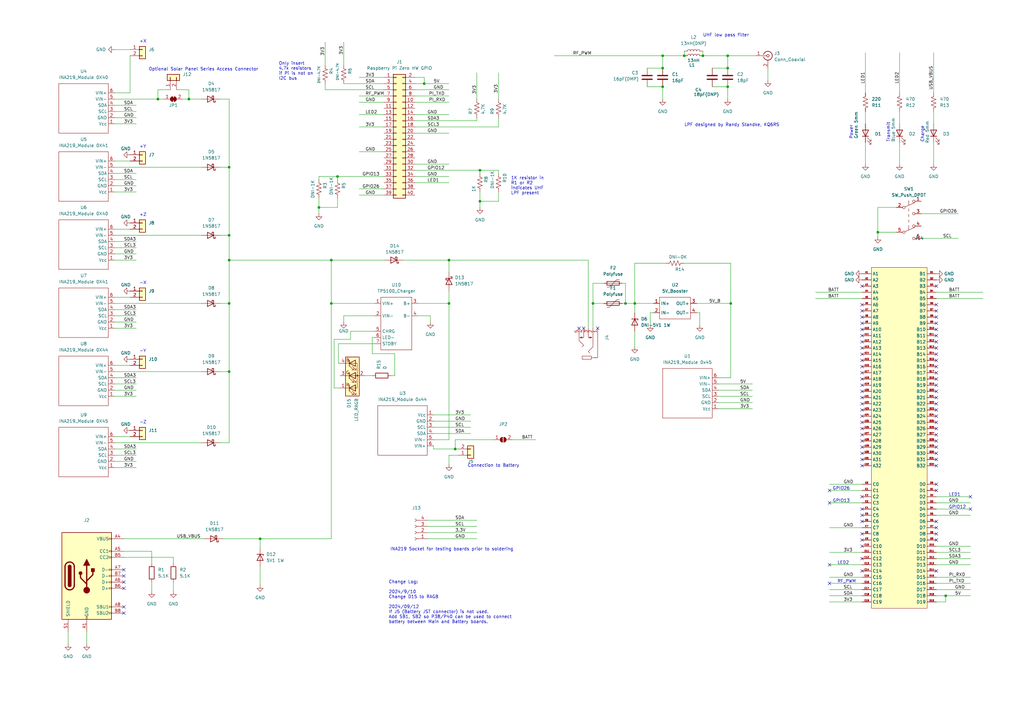
<source format=kicad_sch>
(kicad_sch (version 20231120) (generator "eeschema") (generator_version "8.0")
  (paper "A3")
  (title_block (title "AMSAT Main Board") (company "NTUT") (comment 1 "Created from AMSAT Hardware Design V1.2"))
  (junction (at 299.72 124.46))
  (junction (at 387.858 244.348))
  (junction (at 256.54 124.46))
  (junction (at 106.68 220.98))
  (junction (at 93.98 68.58))
  (junction (at 93.98 106.68))
  (junction (at 93.98 152.4))
  (junction (at 130.81 85.09))
  (junction (at 280.67 22.86))
  (junction (at 271.78 22.86))
  (junction (at 138.43 72.39))
  (junction (at 135.89 124.46))
  (junction (at 77.47 40.64))
  (junction (at 360.045 95.25))
  (junction (at 271.78 35.56))
  (junction (at 64.77 40.64))
  (junction (at 298.45 27.94))
  (junction (at 186.69 184.15))
  (junction (at 184.15 106.68))
  (junction (at 135.89 106.68))
  (junction (at 260.35 124.46))
  (junction (at 288.29 22.86))
  (junction (at 173.99 34.29))
  (junction (at 298.45 22.86))
  (junction (at 298.45 35.56))
  (junction (at 243.205 124.46))
  (junction (at 93.98 124.46))
  (junction (at 184.15 124.46))
  (junction (at 93.98 96.52))
  (junction (at 271.78 27.94))
  (junction (at 196.85 69.85))
  (junction (at 196.85 82.55))
  (no_connect (at 384.048 201.168))
  (no_connect (at 353.568 229.108))
  (no_connect (at 353.568 140.208))
  (no_connect (at 340.233 239.268))
  (no_connect (at 353.568 213.868))
  (no_connect (at 384.048 130.048))
  (no_connect (at 353.568 157.988))
  (no_connect (at 340.233 201.168))
  (no_connect (at 384.048 185.928))
  (no_connect (at 384.048 168.148))
  (no_connect (at 384.048 221.488))
  (no_connect (at 353.568 132.588))
  (no_connect (at 353.568 183.388))
  (no_connect (at 353.568 124.968))
  (no_connect (at 353.568 211.328))
  (no_connect (at 353.568 130.048))
  (no_connect (at 353.568 160.528))
  (no_connect (at 353.568 203.708))
  (no_connect (at 384.048 198.628))
  (no_connect (at 353.568 224.028))
  (no_connect (at 384.048 142.748))
  (no_connect (at 384.048 163.068))
  (no_connect (at 353.568 185.928))
  (no_connect (at 384.048 127.508))
  (no_connect (at 384.048 213.868))
  (no_connect (at 384.048 124.968))
  (no_connect (at 353.568 137.668))
  (no_connect (at 237.49 134.62))
  (no_connect (at 353.568 155.448))
  (no_connect (at 384.048 188.468))
  (no_connect (at 353.568 175.768))
  (no_connect (at 384.048 180.848))
  (no_connect (at 384.048 140.208))
  (no_connect (at 50.8 238.76))
  (no_connect (at 384.048 216.408))
  (no_connect (at 239.395 134.62))
  (no_connect (at 353.568 135.128))
  (no_connect (at 353.568 145.288))
  (no_connect (at 245.11 134.62))
  (no_connect (at 50.8 236.22))
  (no_connect (at 353.568 165.608))
  (no_connect (at 384.048 155.448))
  (no_connect (at 384.048 137.668))
  (no_connect (at 384.048 157.988))
  (no_connect (at 353.568 117.348))
  (no_connect (at 353.568 221.488))
  (no_connect (at 353.568 188.468))
  (no_connect (at 384.048 165.608))
  (no_connect (at 384.048 175.768))
  (no_connect (at 353.568 234.188))
  (no_connect (at 353.568 173.228))
  (no_connect (at 384.048 117.348))
  (no_connect (at 398.018 208.788))
  (no_connect (at 353.568 191.008))
  (no_connect (at 384.048 147.828))
  (no_connect (at 353.568 142.748))
  (no_connect (at 384.048 135.128))
  (no_connect (at 384.048 145.288))
  (no_connect (at 353.568 208.788))
  (no_connect (at 384.048 152.908))
  (no_connect (at 398.018 203.708))
  (no_connect (at 353.568 168.148))
  (no_connect (at 50.8 248.92))
  (no_connect (at 384.048 132.588))
  (no_connect (at 353.568 163.068))
  (no_connect (at 353.568 150.368))
  (no_connect (at 384.048 170.688))
  (no_connect (at 50.8 233.68))
  (no_connect (at 353.568 178.308))
  (no_connect (at 384.048 191.008))
  (no_connect (at 340.233 231.648))
  (no_connect (at 384.048 150.368))
  (no_connect (at 50.8 251.46))
  (no_connect (at 353.568 147.828))
  (no_connect (at 353.568 218.948))
  (no_connect (at 384.048 173.228))
  (no_connect (at 353.568 180.848))
  (no_connect (at 384.048 218.948))
  (no_connect (at 353.568 152.908))
  (no_connect (at 384.048 183.388))
  (no_connect (at 384.048 234.188))
  (no_connect (at 353.568 170.688))
  (no_connect (at 353.568 127.508))
  (no_connect (at 384.048 178.308))
  (no_connect (at 340.233 206.248))
  (no_connect (at 384.048 160.528))
  (no_connect (at 50.8 241.3))
  (wire (pts (xy 196.85 69.85) (xy 196.85 71.12)))
  (wire (pts (xy 138.43 85.09) (xy 138.43 81.28)))
  (wire (pts (xy 106.68 220.98) (xy 106.68 224.79)))
  (wire (pts (xy 171.45 129.54) (xy 176.53 129.54)))
  (wire (pts (xy 387.858 244.348) (xy 384.048 244.348)))
  (wire (pts (xy 135.89 124.46) (xy 153.67 124.46)))
  (wire (pts (xy 340.233 226.568) (xy 353.568 226.568)))
  (wire (pts (xy 294.64 154.94) (xy 299.72 154.94)))
  (wire (pts (xy 177.8 184.15) (xy 177.8 182.88)))
  (wire (pts (xy 46.99 96.52) (xy 82.55 96.52)))
  (wire (pts (xy 133.35 17.272) (xy 133.35 26.67)))
  (wire (pts (xy 62.23 238.76) (xy 62.23 242.57)))
  (wire (pts (xy 377.825 87.63) (xy 393.065 87.63)))
  (wire (pts (xy 53.34 22.86) (xy 53.34 38.1)))
  (wire (pts (xy 93.98 40.64) (xy 90.17 40.64)))
  (wire (pts (xy 175.26 213.36) (xy 195.58 213.36)))
  (wire (pts (xy 147.32 39.37) (xy 157.48 39.37)))
  (wire (pts (xy 354.965 45.72) (xy 354.965 50.8)))
  (wire (pts (xy 368.935 58.42) (xy 368.935 67.31)))
  (wire (pts (xy 46.99 45.72) (xy 55.88 45.72)))
  (wire (pts (xy 299.72 124.46) (xy 299.72 154.94)))
  (wire (pts (xy 130.81 81.28) (xy 130.81 85.09)))
  (wire (pts (xy 71.12 238.76) (xy 71.12 242.57)))
  (wire (pts (xy 384.048 231.648) (xy 398.018 231.648)))
  (wire (pts (xy 160.401 154.051) (xy 161.925 154.051)))
  (wire (pts (xy 384.048 241.808) (xy 398.018 241.808)))
  (wire (pts (xy 360.045 95.25) (xy 367.665 95.25)))
  (wire (pts (xy 165.354 106.68) (xy 184.15 106.68)))
  (wire (pts (xy 340.233 206.248) (xy 353.568 206.248)))
  (wire (pts (xy 170.18 72.39) (xy 184.15 72.39)))
  (wire (pts (xy 271.78 27.94) (xy 271.78 22.86)))
  (wire (pts (xy 255.27 116.205) (xy 256.54 116.205)))
  (wire (pts (xy 135.89 106.68) (xy 135.89 124.46)))
  (wire (pts (xy 266.7 133.35) (xy 266.7 128.27)))
  (wire (pts (xy 177.8 180.34) (xy 184.15 180.34)))
  (wire (pts (xy 170.18 52.07) (xy 204.47 52.07)))
  (wire (pts (xy 184.15 106.68) (xy 241.3 106.68)))
  (wire (pts (xy 161.925 145.034) (xy 161.925 154.051)))
  (wire (pts (xy 143.764 135.89) (xy 153.67 135.89)))
  (wire (pts (xy 210.185 180.34) (xy 219.71 180.34)))
  (wire (pts (xy 77.47 40.64) (xy 82.55 40.64)))
  (wire (pts (xy 64.77 36.83) (xy 64.77 40.64)))
  (wire (pts (xy 227.33 22.86) (xy 271.78 22.86)))
  (wire (pts (xy 175.26 215.9) (xy 195.58 215.9)))
  (wire (pts (xy 260.35 135.89) (xy 260.35 142.24)))
  (wire (pts (xy 147.32 31.75) (xy 157.48 31.75)))
  (wire (pts (xy 138.43 72.39) (xy 157.48 72.39)))
  (wire (pts (xy 280.67 107.95) (xy 299.72 107.95)))
  (wire (pts (xy 173.99 31.75) (xy 173.99 34.29)))
  (wire (pts (xy 46.99 134.62) (xy 55.88 134.62)))
  (wire (pts (xy 170.18 49.53) (xy 195.58 49.53)))
  (wire (pts (xy 287.02 128.27) (xy 287.02 133.35)))
  (wire (pts (xy 368.935 45.72) (xy 368.935 50.8)))
  (wire (pts (xy 140.97 17.272) (xy 140.97 26.67)))
  (wire (pts (xy 298.45 35.56) (xy 298.45 40.64)))
  (wire (pts (xy 196.85 69.85) (xy 204.47 69.85)))
  (wire (pts (xy 195.58 48.26) (xy 195.58 49.53)))
  (wire (pts (xy 285.75 128.27) (xy 287.02 128.27)))
  (wire (pts (xy 196.85 82.55) (xy 196.85 85.09)))
  (wire (pts (xy 340.233 246.888) (xy 353.568 246.888)))
  (wire (pts (xy 170.18 39.37) (xy 184.15 39.37)))
  (wire (pts (xy 46.99 157.48) (xy 55.88 157.48)))
  (wire (pts (xy 265.43 35.56) (xy 271.78 35.56)))
  (wire (pts (xy 90.17 68.58) (xy 93.98 68.58)))
  (wire (pts (xy 177.8 177.8) (xy 193.04 177.8)))
  (wire (pts (xy 382.905 58.42) (xy 382.905 67.31)))
  (wire (pts (xy 46.99 43.18) (xy 55.88 43.18)))
  (wire (pts (xy 130.81 72.39) (xy 130.81 73.66)))
  (wire (pts (xy 340.233 239.268) (xy 353.568 239.268)))
  (wire (pts (xy 139.446 148.971) (xy 138.811 148.971)))
  (wire (pts (xy 384.048 211.328) (xy 398.018 211.328)))
  (wire (pts (xy 384.048 226.568) (xy 398.018 226.568)))
  (wire (pts (xy 53.34 121.92) (xy 46.99 121.92)))
  (wire (pts (xy 152.654 145.034) (xy 161.925 145.034)))
  (wire (pts (xy 285.75 124.46) (xy 299.72 124.46)))
  (wire (pts (xy 360.045 95.25) (xy 360.045 97.155)))
  (wire (pts (xy 173.99 34.29) (xy 184.15 34.29)))
  (wire (pts (xy 69.85 36.83) (xy 64.77 36.83)))
  (wire (pts (xy 184.15 186.69) (xy 187.96 186.69)))
  (wire (pts (xy 157.48 80.01) (xy 147.32 80.01)))
  (wire (pts (xy 46.99 106.68) (xy 55.88 106.68)))
  (wire (pts (xy 294.64 160.02) (xy 308.61 160.02)))
  (wire (pts (xy 137.033 139.192) (xy 143.764 139.192)))
  (wire (pts (xy 294.64 165.1) (xy 308.61 165.1)))
  (wire (pts (xy 340.233 244.348) (xy 353.568 244.348)))
  (wire (pts (xy 50.8 220.98) (xy 83.82 220.98)))
  (wire (pts (xy 271.78 35.56) (xy 271.78 40.64)))
  (wire (pts (xy 299.72 107.95) (xy 299.72 124.46)))
  (wire (pts (xy 173.99 34.29) (xy 170.18 34.29)))
  (wire (pts (xy 382.905 21.59) (xy 382.905 38.1)))
  (wire (pts (xy 354.965 21.59) (xy 354.965 38.1)))
  (wire (pts (xy 46.99 189.23) (xy 55.88 189.23)))
  (wire (pts (xy 106.68 232.41) (xy 106.68 240.03)))
  (wire (pts (xy 62.23 226.06) (xy 62.23 231.14)))
  (wire (pts (xy 153.67 138.43) (xy 152.654 138.43)))
  (wire (pts (xy 384.048 239.268) (xy 398.018 239.268)))
  (wire (pts (xy 340.233 231.648) (xy 353.568 231.648)))
  (wire (pts (xy 260.35 124.46) (xy 267.97 124.46)))
  (wire (pts (xy 384.048 246.888) (xy 387.858 246.888)))
  (wire (pts (xy 46.99 76.2) (xy 55.88 76.2)))
  (wire (pts (xy 90.17 124.46) (xy 93.98 124.46)))
  (wire (pts (xy 184.15 106.68) (xy 184.15 111.633)))
  (wire (pts (xy 384.048 236.728) (xy 398.018 236.728)))
  (wire (pts (xy 340.233 236.728) (xy 353.568 236.728)))
  (wire (pts (xy 384.048 206.248) (xy 398.018 206.248)))
  (wire (pts (xy 93.98 181.61) (xy 93.98 152.4)))
  (wire (pts (xy 46.99 132.08) (xy 55.88 132.08)))
  (wire (pts (xy 255.27 124.46) (xy 256.54 124.46)))
  (wire (pts (xy 53.34 149.86) (xy 46.99 149.86)))
  (wire (pts (xy 334.518 122.428) (xy 353.568 122.428)))
  (wire (pts (xy 294.64 162.56) (xy 308.61 162.56)))
  (wire (pts (xy 149.606 154.051) (xy 152.781 154.051)))
  (wire (pts (xy 184.15 119.253) (xy 184.15 124.46)))
  (wire (pts (xy 196.85 82.55) (xy 204.47 82.55)))
  (wire (pts (xy 147.32 41.91) (xy 157.48 41.91)))
  (wire (pts (xy 175.26 220.98) (xy 195.58 220.98)))
  (wire (pts (xy 170.18 67.31) (xy 184.15 67.31)))
  (wire (pts (xy 177.8 172.72) (xy 193.04 172.72)))
  (wire (pts (xy 387.858 246.888) (xy 387.858 244.348)))
  (wire (pts (xy 46.99 68.58) (xy 82.55 68.58)))
  (wire (pts (xy 91.44 220.98) (xy 106.68 220.98)))
  (wire (pts (xy 46.99 78.74) (xy 55.88 78.74)))
  (wire (pts (xy 298.45 22.86) (xy 309.88 22.86)))
  (wire (pts (xy 130.81 85.09) (xy 130.81 87.63)))
  (wire (pts (xy 360.045 85.09) (xy 360.045 95.25)))
  (wire (pts (xy 93.98 106.68) (xy 135.89 106.68)))
  (wire (pts (xy 340.233 241.808) (xy 353.568 241.808)))
  (wire (pts (xy 93.98 96.52) (xy 93.98 68.58)))
  (wire (pts (xy 90.17 152.4) (xy 93.98 152.4)))
  (wire (pts (xy 147.32 77.47) (xy 157.48 77.47)))
  (wire (pts (xy 170.18 74.93) (xy 184.15 74.93)))
  (wire (pts (xy 93.98 68.58) (xy 93.98 40.64)))
  (wire (pts (xy 90.17 96.52) (xy 93.98 96.52)))
  (wire (pts (xy 138.811 148.971) (xy 138.811 140.97)))
  (wire (pts (xy 243.205 116.205) (xy 243.205 124.46)))
  (wire (pts (xy 46.99 160.02) (xy 55.88 160.02)))
  (wire (pts (xy 170.18 46.99) (xy 184.15 46.99)))
  (wire (pts (xy 53.34 38.1) (xy 46.99 38.1)))
  (wire (pts (xy 46.99 48.26) (xy 55.88 48.26)))
  (wire (pts (xy 170.18 31.75) (xy 173.99 31.75)))
  (wire (pts (xy 53.34 66.04) (xy 46.99 66.04)))
  (wire (pts (xy 288.29 20.955) (xy 288.29 22.86)))
  (wire (pts (xy 177.8 184.15) (xy 186.69 184.15)))
  (wire (pts (xy 354.965 58.42) (xy 354.965 67.31)))
  (wire (pts (xy 153.67 129.54) (xy 140.97 129.54)))
  (wire (pts (xy 46.99 191.77) (xy 55.88 191.77)))
  (wire (pts (xy 273.05 107.95) (xy 260.35 107.95)))
  (wire (pts (xy 196.85 78.74) (xy 196.85 82.55)))
  (wire (pts (xy 171.45 124.46) (xy 184.15 124.46)))
  (wire (pts (xy 184.15 190.5) (xy 184.15 186.69)))
  (wire (pts (xy 46.99 162.56) (xy 55.88 162.56)))
  (wire (pts (xy 186.69 184.15) (xy 187.96 184.15)))
  (wire (pts (xy 384.048 203.708) (xy 398.018 203.708)))
  (wire (pts (xy 247.65 116.205) (xy 243.205 116.205)))
  (wire (pts (xy 46.99 71.12) (xy 55.88 71.12)))
  (wire (pts (xy 177.8 170.18) (xy 193.04 170.18)))
  (wire (pts (xy 186.69 180.34) (xy 186.69 184.15)))
  (wire (pts (xy 46.99 152.4) (xy 82.55 152.4)))
  (wire (pts (xy 53.34 93.98) (xy 46.99 93.98)))
  (wire (pts (xy 256.54 116.205) (xy 256.54 124.46)))
  (wire (pts (xy 367.665 85.09) (xy 360.045 85.09)))
  (wire (pts (xy 243.205 124.46) (xy 243.205 134.62)))
  (wire (pts (xy 384.048 119.888) (xy 403.098 119.888)))
  (wire (pts (xy 152.654 138.43) (xy 152.654 145.034)))
  (wire (pts (xy 133.35 36.83) (xy 157.48 36.83)))
  (wire (pts (xy 368.935 21.59) (xy 368.935 38.1)))
  (wire (pts (xy 93.98 106.68) (xy 93.98 96.52)))
  (wire (pts (xy 140.97 34.29) (xy 157.48 34.29)))
  (wire (pts (xy 204.47 82.55) (xy 204.47 78.74)))
  (wire (pts (xy 135.89 124.46) (xy 135.89 220.98)))
  (wire (pts (xy 46.99 129.54) (xy 55.88 129.54)))
  (wire (pts (xy 50.8 228.6) (xy 71.12 228.6)))
  (wire (pts (xy 74.93 40.64) (xy 77.47 40.64)))
  (wire (pts (xy 256.54 124.46) (xy 260.35 124.46)))
  (wire (pts (xy 130.81 72.39) (xy 138.43 72.39)))
  (wire (pts (xy 294.64 157.48) (xy 308.61 157.48)))
  (wire (pts (xy 280.67 20.955) (xy 280.67 22.86)))
  (wire (pts (xy 241.3 106.68) (xy 241.3 134.62)))
  (wire (pts (xy 46.99 50.8) (xy 55.88 50.8)))
  (wire (pts (xy 340.233 216.408) (xy 353.568 216.408)))
  (wire (pts (xy 382.905 45.72) (xy 382.905 50.8)))
  (wire (pts (xy 46.99 104.14) (xy 55.88 104.14)))
  (wire (pts (xy 384.048 224.028) (xy 398.018 224.028)))
  (wire (pts (xy 176.53 129.54) (xy 176.53 132.08)))
  (wire (pts (xy 46.99 127) (xy 55.88 127)))
  (wire (pts (xy 384.048 122.428) (xy 403.098 122.428)))
  (wire (pts (xy 204.47 69.85) (xy 204.47 71.12)))
  (wire (pts (xy 387.858 244.348) (xy 398.018 244.348)))
  (wire (pts (xy 46.99 99.06) (xy 55.88 99.06)))
  (wire (pts (xy 77.47 36.83) (xy 77.47 40.64)))
  (wire (pts (xy 384.048 229.108) (xy 398.018 229.108)))
  (wire (pts (xy 170.18 69.85) (xy 196.85 69.85)))
  (wire (pts (xy 195.58 29.845) (xy 195.58 40.64)))
  (wire (pts (xy 147.32 62.23) (xy 157.48 62.23)))
  (wire (pts (xy 143.764 139.192) (xy 143.764 135.89)))
  (wire (pts (xy 377.825 97.79) (xy 393.065 97.79)))
  (wire (pts (xy 314.96 27.94) (xy 314.96 33.02)))
  (wire (pts (xy 27.94 259.08) (xy 27.94 264.16)))
  (wire (pts (xy 265.43 27.94) (xy 271.78 27.94)))
  (wire (pts (xy 90.17 181.61) (xy 93.98 181.61)))
  (wire (pts (xy 170.18 54.61) (xy 184.15 54.61)))
  (wire (pts (xy 46.99 184.15) (xy 55.88 184.15)))
  (wire (pts (xy 138.811 140.97) (xy 153.67 140.97)))
  (wire (pts (xy 170.18 41.91) (xy 184.15 41.91)))
  (wire (pts (xy 292.1 27.94) (xy 298.45 27.94)))
  (wire (pts (xy 106.68 220.98) (xy 135.89 220.98)))
  (wire (pts (xy 133.35 36.83) (xy 133.35 34.29)))
  (wire (pts (xy 340.233 201.168) (xy 353.568 201.168)))
  (wire (pts (xy 271.78 22.86) (xy 280.67 22.86)))
  (wire (pts (xy 46.99 101.6) (xy 55.88 101.6)))
  (wire (pts (xy 340.233 198.628) (xy 353.568 198.628)))
  (wire (pts (xy 46.99 73.66) (xy 55.88 73.66)))
  (wire (pts (xy 170.18 36.83) (xy 184.15 36.83)))
  (wire (pts (xy 137.033 159.131) (xy 139.446 159.131)))
  (wire (pts (xy 384.048 208.788) (xy 398.018 208.788)))
  (wire (pts (xy 64.77 40.64) (xy 67.31 40.64)))
  (wire (pts (xy 135.89 106.68) (xy 157.734 106.68)))
  (wire (pts (xy 204.47 29.845) (xy 204.47 40.64)))
  (wire (pts (xy 175.26 218.44) (xy 195.58 218.44)))
  (wire (pts (xy 147.32 52.07) (xy 157.48 52.07)))
  (wire (pts (xy 46.99 40.64) (xy 64.77 40.64)))
  (wire (pts (xy 46.99 186.69) (xy 55.88 186.69)))
  (wire (pts (xy 204.47 48.26) (xy 204.47 52.07)))
  (wire (pts (xy 202.565 180.34) (xy 186.69 180.34)))
  (wire (pts (xy 266.7 128.27) (xy 267.97 128.27)))
  (wire (pts (xy 46.99 181.61) (xy 82.55 181.61)))
  (wire (pts (xy 46.99 124.46) (xy 82.55 124.46)))
  (wire (pts (xy 147.32 46.99) (xy 157.48 46.99)))
  (wire (pts (xy 294.64 167.64) (xy 308.61 167.64)))
  (wire (pts (xy 93.98 124.46) (xy 93.98 106.68)))
  (wire (pts (xy 46.99 20.32) (xy 53.34 20.32)))
  (wire (pts (xy 177.8 175.26) (xy 193.04 175.26)))
  (wire (pts (xy 46.99 154.94) (xy 55.88 154.94)))
  (wire (pts (xy 35.56 259.08) (xy 35.56 264.16)))
  (wire (pts (xy 298.45 22.86) (xy 298.45 27.94)))
  (wire (pts (xy 243.205 124.46) (xy 247.65 124.46)))
  (wire (pts (xy 260.35 124.46) (xy 260.35 128.27)))
  (wire (pts (xy 140.97 129.54) (xy 140.97 132.08)))
  (wire (pts (xy 288.29 22.86) (xy 298.45 22.86)))
  (wire (pts (xy 260.35 107.95) (xy 260.35 124.46)))
  (wire (pts (xy 292.1 35.56) (xy 298.45 35.56)))
  (wire (pts (xy 137.033 139.192) (xy 137.033 159.131)))
  (wire (pts (xy 334.518 119.888) (xy 353.568 119.888)))
  (wire (pts (xy 93.98 152.4) (xy 93.98 124.46)))
  (wire (pts (xy 53.34 179.07) (xy 46.99 179.07)))
  (wire (pts (xy 130.81 85.09) (xy 138.43 85.09)))
  (wire (pts (xy 184.15 124.46) (xy 184.15 180.34)))
  (wire (pts (xy 71.12 228.6) (xy 71.12 231.14)))
  (wire (pts (xy 138.43 72.39) (xy 138.43 73.66)))
  (wire (pts (xy 72.39 36.83) (xy 77.47 36.83)))
  (wire (pts (xy 50.8 226.06) (xy 62.23 226.06)))
  (text "GPIO26" (at 341.503 201.168 0) (effects (font (size 1.27 1.27)) (justify left bottom)))
  (text "Power" (at 349.885 57.15 90) (effects (font (size 1.27 1.27)) (justify left bottom)))
  (text "Change Log:\n\n2024/9/10\nChange D15 to RAGB\n\n2024/09/12\nIf J5 (Battery JST connector) is not used.\nAdd SB1, SB2 so P38/P40 can be used to connect \nbattery between Main and Battery boards.\n" (at 159.385 255.905 0) (effects (font (size 1.27 1.27)) (justify left bottom)))
  (text "LED1" (at 389.128 203.708 0) (effects (font (size 1.27 1.27)) (justify left bottom)))
  (text "LPF designed by Randy Standke, KQ6RS" (at 280.67 52.07 0) (effects (font (size 1.27 1.27)) (justify left bottom)))
  (text "UHF low pass filter\n" (at 288.29 15.24 0) (effects (font (size 1.27 1.27)) (justify left bottom)))
  (text "RF_PWM" (at 343.408 239.268 0) (effects (font (size 1.27 1.27)) (justify left bottom)))
  (text "Optional Solar Panel Series Access Connector" (at 60.96 29.21 0) (effects (font (size 1.27 1.27)) (justify left bottom)))
  (text "Transmit" (at 365.125 58.42 90) (effects (font (size 1.27 1.27)) (justify left bottom)))
  (text "INA219 Socket for testing boards prior to soldering" (at 160.02 226.06 0) (effects (font (size 1.27 1.27)) (justify left bottom)))
  (text "LED2" (at 343.408 231.648 0) (effects (font (size 1.27 1.27)) (justify left bottom)))
  (text "GPIO12" (at 389.128 208.788 0) (effects (font (size 1.27 1.27)) (justify left bottom)))
  (text "1K resistor in\nR1 or R2\nindicates UHF\nLPF present" (at 209.55 80.01 0) (effects (font (size 1.27 1.27)) (justify left bottom)))
  (text "-Z" (at 57.15 173.99 0) (effects (font (size 1.27 1.27)) (justify left bottom)))
  (text "-Y" (at 57.15 144.78 0) (effects (font (size 1.27 1.27)) (justify left bottom)))
  (text "+X" (at 57.15 17.78 0) (effects (font (size 1.27 1.27)) (justify left bottom)))
  (text "+Y" (at 57.15 60.96 0) (effects (font (size 1.27 1.27)) (justify left bottom)))
  (text "Only insert\n4.7k resistors\nif Pi is not on\nI2C bus" (at 114.3 33.02 0) (effects (font (size 1.27 1.27)) (justify left bottom)))
  (text "Charge" (at 379.095 58.42 90) (effects (font (size 1.27 1.27)) (justify left bottom)))
  (text "-X" (at 57.15 116.84 0) (effects (font (size 1.27 1.27)) (justify left bottom)))
  (text "Connection to Battery" (at 191.77 191.77 0) (effects (font (size 1.27 1.27)) (justify left bottom)))
  (text "GPIO13" (at 341.503 206.248 0) (effects (font (size 1.27 1.27)) (justify left bottom)))
  (text "+Z" (at 57.15 88.9 0) (effects (font (size 1.27 1.27)) (justify left bottom)))
  (label "3V3" (at 50.8 106.68 0))
  (label "SDA" (at 303.53 160.02 0))
  (label "3V3" (at 345.948 246.888 0))
  (label "GND" (at 50.8 132.08 0))
  (label "3V3" (at 50.8 162.56 0))
  (label "GND" (at 175.26 72.39 0))
  (label "SDA" (at 50.8 43.18 0))
  (label "SDA3" (at 389.128 229.108 0))
  (label "3V3" (at 149.86 31.75 0))
  (label "SDA" (at 50.8 71.12 0))
  (label "GND" (at 391.668 241.808 0))
  (label "SCL" (at 186.69 215.9 0))
  (label "USB_VBUS" (at 72.39 220.98 0))
  (label "SCL" (at 186.69 175.26 0))
  (label "5V_B" (at 290.83 124.46 0))
  (label "SCL" (at 149.86 36.83 0))
  (label "SCL3" (at 50.8 186.69 0))
  (label "3V3" (at 149.86 52.07 0))
  (label "GPIO26" (at 148.59 77.47 0))
  (label "GND" (at 177.8 36.83 0))
  (label "PI_RXD" (at 175.895 41.91 0))
  (label "3V3" (at 133.35 22.86 90))
  (label "GND" (at 389.128 224.028 0))
  (label "LED2" (at 149.86 46.99 0))
  (label "GND" (at 345.948 198.628 0))
  (label "SDA" (at 149.86 34.29 0))
  (label "GND" (at 389.128 211.328 0))
  (label "5V" (at 303.53 157.48 0))
  (label "3V3" (at 50.8 50.8 0))
  (label "SCL" (at 345.948 241.808 0))
  (label "BATT" (at 339.598 122.428 0))
  (label "3V3" (at 195.58 38.608 90))
  (label "SDA3" (at 50.8 184.15 0))
  (label "SCL" (at 303.53 162.56 0))
  (label "GPIO13" (at 148.59 72.39 0))
  (label "BATT" (at 389.128 119.888 0))
  (label "5V" (at 177.8 34.29 0))
  (label "3V3" (at 50.8 191.77 0))
  (label "GND" (at 149.86 80.01 0))
  (label "3V3" (at 50.8 78.74 0))
  (label "3V3" (at 50.8 134.62 0))
  (label "USB_VBUS" (at 382.905 36.83 90))
  (label "BATT" (at 389.128 122.428 0))
  (label "GND" (at 175.26 67.31 0))
  (label "GND" (at 303.53 165.1 0))
  (label "3V3" (at 140.97 22.479 90))
  (label "RF_PWM" (at 234.95 22.86 0))
  (label "BATT" (at 213.995 180.34 0))
  (label "3.3V" (at 186.69 218.44 0))
  (label "PI_RXD" (at 389.128 236.728 0))
  (label "GND" (at 50.8 104.14 0))
  (label "SDA" (at 186.69 177.8 0))
  (label "SDA3" (at 50.8 127 0))
  (label "GND" (at 345.948 236.728 0))
  (label "GND" (at 175.26 54.61 0))
  (label "LED2" (at 368.935 34.29 90))
  (label "GND" (at 50.8 189.23 0))
  (label "SCL3" (at 50.8 129.54 0))
  (label "RF_PWM" (at 149.86 39.37 0))
  (label "SCL" (at 50.8 73.66 0))
  (label "BATT" (at 339.598 119.888 0))
  (label "SDA3" (at 50.8 154.94 0))
  (label "SCL3" (at 50.8 157.48 0))
  (label "GND" (at 389.128 231.648 0))
  (label "GPIO26" (at 385.445 87.63 0))
  (label "GND" (at 50.8 76.2 0))
  (label "SDA" (at 345.948 244.348 0))
  (label "3V3" (at 345.948 226.568 0))
  (label "3V3" (at 303.53 167.64 0))
  (label "PI_TXD" (at 389.128 239.268 0))
  (label "GND" (at 50.8 48.26 0))
  (label "3V3" (at 204.47 38.227 90))
  (label "PI_TXD" (at 175.895 39.37 0))
  (label "SCL3" (at 389.128 226.568 0))
  (label "SCL" (at 50.8 45.72 0))
  (label "SCL3" (at 175.26 52.07 0))
  (label "5V" (at 391.668 244.348 0))
  (label "GPIO12" (at 175.26 69.85 0))
  (label "3V3" (at 186.69 170.18 0))
  (label "LED1" (at 354.965 34.29 90))
  (label "SCL" (at 386.715 97.79 0))
  (label "GND" (at 389.128 206.248 0))
  (label "GND" (at 149.86 62.23 0))
  (label "SCL3" (at 50.8 101.6 0))
  (label "GND" (at 175.26 46.99 0))
  (label "SDA3" (at 175.26 49.53 0))
  (label "LED1" (at 175.26 74.93 0))
  (label "GND" (at 345.948 216.408 0))
  (label "GND" (at 186.69 172.72 0))
  (label "GND" (at 50.8 160.02 0))
  (label "GND" (at 186.69 220.98 0))
  (label "SDA" (at 186.69 213.36 0))
  (label "GND" (at 149.86 41.91 0))
  (label "SDA3" (at 50.8 99.06 0))
  (symbol (lib_id "Device:Polyfuse") (at 251.46 124.46 270) (unit 1)
    (property "Reference" "F1" (at 251.46 118.11 90))
    (property "Value" "Polyfuse" (at 251.46 120.65 90))
    (property "Footprint" "Fuse:Fuse_1812_4532Metric" (effects (hide yes)))
  )
  (symbol (lib_id "Connector:USB_C_Receptacle_USB2.0") (at 35.56 236.22 0) (unit 1)
    (property "Reference" "J2" (at 35.56 213.36 0))
    (property "Value" "USB_C_Receptacle_USB2.0" (effects (hide yes)))
    (property "Footprint" "Connector_USB:USB_C_Receptacle_GCT_USB4105-xx-A_16P_TopMnt_Horizontal" (effects (hide yes)))
    (property "Datasheet" "https://www.usb.org/sites/default/files/documents/usb_type-c.zip" (effects (hide yes)))
  )
  (symbol (lib_id "Device:C") (at 265.43 31.75 0) (unit 1)
    (property "Reference" "C3" (at 259.08 29.845 0) (effects (justify left)))
    (property "Value" "16pF(DMP)" (at 251.46 32.385 0) (effects (justify left)))
    (property "Footprint" "Capacitor_SMD:C_0402_1005Metric" (effects (hide yes)))
  )
  (symbol (lib_id "Device:D_Zener") (at 260.35 132.08 270) (unit 1)
    (property "Reference" "D6" (at 262.89 130.8099 90) (effects (justify left)))
    (property "Value" "DNI-5V1 1W" (at 262.89 133.3499 90) (effects (justify left)))
    (property "Footprint" "CubeSatSim:1N5817" (effects (hide yes)))
  )
  (symbol (lib_id "Device:L") (at 284.48 20.955 90) (unit 1)
    (property "Reference" "L2" (at 284.48 15.24 90))
    (property "Value" "13nH(DNP)" (at 284.48 17.78 90))
    (property "Footprint" "Inductor_SMD:L_0402_1005Metric" (effects (hide yes)))
  )
  (symbol (lib_id "Device:LED") (at 382.905 54.61 90) (unit 1)
    (property "Reference" "D3" (at 386.715 54.9274 90) (effects (justify right)))
    (property "Value" "Red 5mm" (at 380.365 49.53 0) (effects (justify right)))
    (property "Footprint" "LED_THT:LED_D5.0mm" (effects (hide yes)))
  )
  (symbol (lib_id "Device:R_US") (at 140.97 30.48 0) (unit 1)
    (property "Reference" "R6" (at 143.51 30.48 90) (effects (justify left)))
    (property "Value" "DNI-4.7K" (at 138.43 33.02 90) (effects (font (size 1 1)) (justify left)))
    (property "Footprint" "Resistor_THT:R_Axial_DIN0204_L3.6mm_D1.6mm_P2.54mm_Vertical" (effects (hide yes)))
  )
  (symbol (lib_id "Connector_Generic:Conn_01x02") (at 193.04 186.69 0) (mirror x) (unit 1)
    (property "Reference" "J5" (at 193.04 189.23 0))
    (property "Value" "Conn_01x02" (effects (hide yes)))
    (property "Footprint" "Connector_JST:JST_PH_B2B-PH-K_1x02_P2.00mm_Vertical" (effects (hide yes)))
  )
  (symbol (lib_id "Jumper:SolderJumper_2_Open") (at 206.375 180.34 0) (unit 1)
    (property "Reference" "JP2" (at 206.375 173.99 0))
    (property "Value" "SolderJumper_2_Open" (effects (hide yes)))
    (property "Footprint" "Basic:SolderJumper_2_Tri_New" (effects (hide yes)))
  )
  (symbol (lib_id "CubesatSim:INA219_Module") (at 21.59 46.99 90) (unit 1)
    (property "Reference" "U4" (at 34.29 29.21 90))
    (property "Value" "INA219_Module 0X40" (at 34.29 31.75 90))
    (property "Footprint" "Library:INA219_Small" (effects (hide yes)))
  )
  (symbol (lib_id "Device:R") (at 62.23 234.95 180) (unit 1)
    (property "Reference" "R1" (at 64.77 233.6799 0) (effects (justify right)))
    (property "Value" "5.1K" (at 64.77 236.22 0) (effects (justify right)))
    (property "Footprint" "Resistor_SMD:R_0603_1608Metric" (effects (hide yes)))
  )
  (symbol (lib_id "Device:R_US") (at 382.905 41.91 0) (mirror x) (unit 1)
    (property "Reference" "R13" (at 385.445 43.18 0) (effects (justify left)))
    (property "Value" "470" (at 385.445 40.64 0) (effects (justify left)))
    (property "Footprint" "Resistor_THT:R_Axial_DIN0204_L3.6mm_D1.6mm_P2.54mm_Vertical" (effects (hide yes)))
  )
  (symbol (lib_id "Diode:1N5817") (at 86.36 152.4 180) (unit 1)
    (property "Reference" "D9" (at 86.6775 146.05 0))
    (property "Value" "1N5817" (at 86.6775 148.59 0))
    (property "Footprint" "Library:SS14" (effects (hide yes)))
    (property "Datasheet" "http://www.vishay.com/docs/88525/1n5817.pdf" (effects (hide yes)))
  )
  (symbol (lib_id "power:GND") (at 196.85 85.09 0) (unit 1)
    (property "Reference" "#PWR0104" (effects (hide yes)))
    (property "Value" "GND" (at 196.85 90.17 0))
  )
  (symbol (lib_id "Device:R_US") (at 130.81 77.47 0) (unit 1)
    (property "Reference" "R3" (at 133.35 77.47 90) (effects (justify left)))
    (property "Value" "DNI-1K" (at 128.27 81.28 90) (effects (justify left)))
    (property "Footprint" "Resistor_THT:R_Axial_DIN0204_L3.6mm_D1.6mm_P2.54mm_Vertical" (effects (hide yes)))
  )
  (symbol (lib_id "Device:R") (at 156.591 154.051 270) (unit 1)
    (property "Reference" "R15" (at 155.321 151.511 0) (effects (justify right)))
    (property "Value" "0" (at 157.861 151.511 0) (effects (justify right)))
    (property "Footprint" "Resistor_SMD:R_0603_1608Metric" (effects (hide yes)))
  )
  (symbol (lib_id "power:GND") (at 46.99 20.32 270) (unit 1)
    (property "Reference" "#PWR0122" (effects (hide yes)))
    (property "Value" "GND" (at 39.37 20.32 90) (effects (justify left)))
  )
  (symbol (lib_id "power:GND") (at 353.568 114.808 270) (unit 1)
    (property "Reference" "#PWR09" (effects (hide yes)))
    (property "Value" "GND" (at 350.393 114.808 90) (effects (justify right)))
  )
  (symbol (lib_id "Connector_Generic:Conn_02x20_Odd_Even") (at 162.56 54.61 0) (unit 1)
    (property "Reference" "J1" (at 163.83 25.4 0))
    (property "Value" "Raspberry Pi Zero HW GPIO" (at 163.83 27.94 0))
    (property "Footprint" "Connector_PinSocket_2.54mm:PinSocket_2x20_P2.54mm_Vertical" (effects (hide yes)))
  )
  (symbol (lib_id "Diode:1N5817") (at 86.36 96.52 180) (unit 1)
    (property "Reference" "D7" (at 86.6775 90.17 0))
    (property "Value" "1N5817" (at 86.6775 92.71 0))
    (property "Footprint" "Library:SS14" (effects (hide yes)))
    (property "Datasheet" "http://www.vishay.com/docs/88525/1n5817.pdf" (effects (hide yes)))
  )
  (symbol (lib_id "Device:R_US") (at 204.47 74.93 0) (unit 1)
    (property "Reference" "R10" (at 207.01 74.93 90) (effects (justify left)))
    (property "Value" "DNI-1K" (at 201.93 77.47 90) (effects (justify left)))
    (property "Footprint" "Resistor_SMD:R_0603_1608Metric" (effects (hide yes)))
  )
  (symbol (lib_id "power:GND") (at 53.34 176.53 270) (unit 1)
    (property "Reference" "#PWR0120" (effects (hide yes)))
    (property "Value" "GND" (at 49.53 173.99 90) (effects (justify left)))
  )
  (symbol (lib_id "CubesatSim:INA219_Module") (at 21.59 158.75 90) (unit 1)
    (property "Reference" "U8" (at 34.29 140.97 90))
    (property "Value" "INA219_Module 0X44" (at 34.29 143.51 90))
    (property "Footprint" "Library:INA219_Small" (effects (hide yes)))
  )
  (symbol (lib_id "power:GND") (at 27.94 264.16 0) (unit 1)
    (property "Reference" "#PWR01" (effects (hide yes)))
    (property "Value" "GND" (at 27.94 269.24 0))
  )
  (symbol (lib_id "Connector_Generic:Conn_01x02") (at 58.42 119.38 0) (unit 1)
    (property "Reference" "J9" (at 60.96 119.3799 0) (effects (justify left)))
    (property "Value" "Conn_01x02" (effects (hide yes)))
    (property "Footprint" "Connector_JST:JST_PH_B2B-PH-K_1x02_P2.00mm_Vertical" (effects (hide yes)))
  )
  (symbol (lib_id "Device:LED") (at 354.965 54.61 90) (unit 1)
    (property "Reference" "D1" (at 358.775 54.9274 90) (effects (justify right)))
    (property "Value" "Green 5mm" (at 351.155 45.72 0) (effects (justify right)))
    (property "Footprint" "LED_THT:LED_D5.0mm" (effects (hide yes)))
  )
  (symbol (lib_id "Jumper:SolderJumper_2_Bridged") (at 71.12 40.64 0) (unit 1)
    (property "Reference" "JP1" (at 71.12 43.18 0))
    (property "Value" "SolderJumper_2_Bridged" (effects (hide yes)))
    (property "Footprint" "Jumper:SolderJumper-2_P1.3mm_Bridged_Pad1.0x1.5mm" (effects (hide yes)))
  )
  (symbol (lib_id "Device:R_US") (at 276.86 107.95 270) (unit 1)
    (property "Reference" "R14" (at 276.86 110.49 90) (effects (justify left)))
    (property "Value" "DNI-0K" (at 274.32 105.41 90) (effects (justify left)))
    (property "Footprint" "Resistor_SMD:R_0805_2012Metric" (effects (hide yes)))
  )
  (symbol (lib_id "power:GND") (at 53.34 119.38 270) (unit 1)
    (property "Reference" "#PWR0119" (effects (hide yes)))
    (property "Value" "GND" (at 49.53 116.84 90) (effects (justify left)))
  )
  (symbol (lib_id "Device:R_US") (at 196.85 74.93 0) (unit 1)
    (property "Reference" "R8" (at 199.39 74.93 90) (effects (justify left)))
    (property "Value" "1K" (at 194.31 78.74 90) (effects (justify left)))
    (property "Footprint" "Resistor_THT:R_Axial_DIN0204_L3.6mm_D1.6mm_P2.54mm_Vertical" (effects (hide yes)))
  )
  (symbol (lib_id "Device:R_US") (at 133.35 30.48 0) (unit 1)
    (property "Reference" "R4" (at 135.89 30.48 90) (effects (justify left)))
    (property "Value" "DNI-4.7K" (at 130.81 34.29 90) (effects (font (size 1 1)) (justify left)))
    (property "Footprint" "Resistor_THT:R_Axial_DIN0204_L3.6mm_D1.6mm_P2.54mm_Vertical" (effects (hide yes)))
  )
  (symbol (lib_id "power:GND") (at 53.34 147.32 270) (unit 1)
    (property "Reference" "#PWR0121" (effects (hide yes)))
    (property "Value" "GND" (at 49.53 144.78 90) (effects (justify left)))
  )
  (symbol (lib_id "Connector:Conn_Coaxial") (at 314.96 22.86 0) (unit 1)
    (property "Reference" "J3" (at 317.5 21.8831 0) (effects (justify left)))
    (property "Value" "Conn_Coaxial" (at 317.5 24.4231 0) (effects (justify left)))
    (property "Footprint" "Library:AMSAT_SMA_Vertical" (effects (hide yes)))
    (property "Datasheet" " ~" (effects (hide yes)))
  )
  (symbol (lib_id "Diode:1N5817") (at 87.63 220.98 180) (unit 1)
    (property "Reference" "D11" (at 87.9475 214.63 0))
    (property "Value" "1N5817" (at 87.9475 217.17 0))
    (property "Footprint" "Library:SS14" (effects (hide yes)))
    (property "Datasheet" "http://www.vishay.com/docs/88525/1n5817.pdf" (effects (hide yes)))
  )
  (symbol (lib_id "power:GND") (at 354.965 67.31 0) (unit 1)
    (property "Reference" "#PWR0112" (effects (hide yes)))
    (property "Value" "GND" (at 354.965 72.39 0))
  )
  (symbol (lib_id "CubesatSim:INA219_Module") (at 21.59 102.87 90) (unit 1)
    (property "Reference" "U6" (at 34.29 85.09 90))
    (property "Value" "INA219_Module 0X40" (at 34.29 87.63 90))
    (property "Footprint" "Library:INA219_Small" (effects (hide yes)))
  )
  (symbol (lib_id "Connector_Generic:Conn_01x02") (at 69.85 31.75 90) (unit 1)
    (property "Reference" "J12" (at 74.93 30.4799 90) (effects (justify right)))
    (property "Value" "Conn_01x02" (effects (hide yes)))
    (property "Footprint" "Connector_JST:JST_PH_B2B-PH-K_1x02_P2.00mm_Vertical" (effects (hide yes)))
  )
  (symbol (lib_id "power:GND") (at 184.15 190.5 0) (unit 1)
    (property "Reference" "#PWR03" (effects (hide yes)))
    (property "Value" "GND" (at 184.15 195.58 0))
  )
  (symbol (lib_id "Device:D_Zener") (at 106.68 228.6 270) (unit 1)
    (property "Reference" "D12" (at 109.22 227.3299 90) (effects (justify left)))
    (property "Value" "5V1 1W" (at 109.22 229.8699 90) (effects (justify left)))
    (property "Footprint" "CubeSatSim:1N5817" (effects (hide yes)))
  )
  (symbol (lib_id "power:GND") (at 266.7 133.35 0) (unit 1)
    (property "Reference" "#PWR0115" (effects (hide yes)))
    (property "Value" "GND" (at 266.7 138.43 0))
  )
  (symbol (lib_id "power:GND") (at 384.048 112.268 90) (unit 1)
    (property "Reference" "#PWR010" (effects (hide yes)))
    (property "Value" "GND" (at 387.223 112.268 90) (effects (justify right)))
  )
  (symbol (lib_id "CubesatSim:INA219_Module") (at 21.59 187.96 90) (unit 1)
    (property "Reference" "U9" (at 34.29 170.18 90))
    (property "Value" "INA219_Module 0X45" (at 34.29 172.72 90))
    (property "Footprint" "Library:INA219_Small" (effects (hide yes)))
  )
  (symbol (lib_id "Device:Polyfuse") (at 251.46 116.205 270) (unit 1)
    (property "Reference" "F2" (at 251.46 109.855 90))
    (property "Value" "Polyfuse" (at 251.46 112.395 90))
    (property "Footprint" "Library_NTUT:AMSAT_PTC" (effects (hide yes)))
  )
  (symbol (lib_id "Device:R_US") (at 354.965 41.91 0) (mirror x) (unit 1)
    (property "Reference" "R11" (at 357.505 43.18 0) (effects (justify left)))
    (property "Value" "220" (at 357.505 40.64 0) (effects (justify left)))
    (property "Footprint" "Resistor_THT:R_Axial_DIN0204_L3.6mm_D1.6mm_P2.54mm_Vertical" (effects (hide yes)))
  )
  (symbol (lib_id "Connector_Generic:Conn_01x02") (at 58.42 176.53 0) (unit 1)
    (property "Reference" "J11" (at 60.96 176.5299 0) (effects (justify left)))
    (property "Value" "Conn_01x02" (effects (hide yes)))
    (property "Footprint" "Connector_JST:JST_PH_B2B-PH-K_1x02_P2.00mm_Vertical" (effects (hide yes)))
  )
  (symbol (lib_id "Device:R_US") (at 195.58 44.45 0) (unit 1)
    (property "Reference" "R7" (at 193.04 46.99 90) (effects (justify left)))
    (property "Value" "4.7K" (at 198.12 46.99 90) (effects (justify left)))
    (property "Footprint" "Resistor_THT:R_Axial_DIN0204_L3.6mm_D1.6mm_P2.54mm_Vertical" (effects (hide yes)))
  )
  (symbol (lib_id "power:GND") (at 130.81 87.63 0) (unit 1)
    (property "Reference" "#PWR0103" (effects (hide yes)))
    (property "Value" "GND" (at 130.81 92.71 0))
  )
  (symbol (lib_id "power:GND") (at 35.56 264.16 0) (unit 1)
    (property "Reference" "#PWR02" (effects (hide yes)))
    (property "Value" "GND" (at 35.56 269.24 0))
  )
  (symbol (lib_id "Device:R") (at 71.12 234.95 180) (unit 1)
    (property "Reference" "R2" (at 73.66 233.68 0) (effects (justify right)))
    (property "Value" "5.1K" (at 73.66 236.22 0) (effects (justify right)))
    (property "Footprint" "Resistor_SMD:R_0603_1608Metric" (effects (hide yes)))
  )
  (symbol (lib_id "Connector_Generic:Conn_01x02") (at 58.42 147.32 0) (unit 1)
    (property "Reference" "J10" (at 60.96 147.3199 0) (effects (justify left)))
    (property "Value" "Conn_01x02" (effects (hide yes)))
    (property "Footprint" "Connector_JST:JST_PH_B2B-PH-K_1x02_P2.00mm_Vertical" (effects (hide yes)))
  )
  (symbol (lib_id "power:GND") (at 382.905 67.31 0) (unit 1)
    (property "Reference" "#PWR0110" (effects (hide yes)))
    (property "Value" "GND" (at 382.905 72.39 0))
  )
  (symbol (lib_id "power:GND") (at 53.34 91.44 270) (unit 1)
    (property "Reference" "#PWR0118" (effects (hide yes)))
    (property "Value" "GND" (at 49.53 88.9 90) (effects (justify left)))
  )
  (symbol (lib_id "power:GND") (at 53.34 63.5 270) (unit 1)
    (property "Reference" "#PWR0117" (effects (hide yes)))
    (property "Value" "GND" (at 49.53 60.96 90) (effects (justify left)))
  )
  (symbol (lib_id "CubesatSim:TP5100_Charger") (at 162.56 119.38 0) (unit 1)
    (property "Reference" "U10" (at 162.56 116.84 0))
    (property "Value" "TP5100_Charger" (at 162.56 119.38 0))
    (property "Footprint" "Library:TP5100 Charger_SMD" (effects (hide yes)))
  )
  (symbol (lib_id "Device:C") (at 298.45 31.75 0) (unit 1)
    (property "Reference" "C2" (at 302.26 30.4799 0) (effects (justify left)))
    (property "Value" "18pF" (at 302.26 33.0199 0) (effects (justify left)))
    (property "Footprint" "Capacitor_SMD:C_0603_1608Metric" (effects (hide yes)))
  )
  (symbol (lib_id "Switch:SW_Push_DPDT") (at 372.745 90.17 0) (unit 1)
    (property "Reference" "SW1" (at 372.745 77.47 0))
    (property "Value" "SW_Push_DPDT" (at 372.745 80.01 0))
    (property "Footprint" "Button_Switch_THT:SW_Push_2P2T_Vertical_E-Switch_800UDP8P1A1M6" (effects (hide yes)))
  )
  (symbol (lib_id "power:GND") (at 287.02 133.35 0) (unit 1)
    (property "Reference" "#PWR0114" (effects (hide yes)))
    (property "Value" "GND" (at 287.02 138.43 0))
  )
  (symbol (lib_id "Device:R_US") (at 138.43 77.47 0) (unit 1)
    (property "Reference" "R5" (at 140.97 77.47 90) (effects (justify left)))
    (property "Value" "DNI-1K" (at 135.89 80.01 90) (effects (justify left)))
    (property "Footprint" "Resistor_SMD:R_0603_1608Metric" (effects (hide yes)))
  )
  (symbol (lib_id "power:GND") (at 384.048 114.808 90) (unit 1)
    (property "Reference" "#PWR011" (effects (hide yes)))
    (property "Value" "GND" (at 387.223 114.808 90) (effects (justify right)))
  )
  (symbol (lib_id "Device:LED") (at 368.935 54.61 90) (unit 1)
    (property "Reference" "D2" (at 372.745 54.9274 90) (effects (justify right)))
    (property "Value" "Blue 5mm" (at 366.395 48.26 0) (effects (justify right)))
    (property "Footprint" "LED_THT:LED_D5.0mm" (effects (hide yes)))
  )
  (symbol (lib_id "Connector_Generic:Conn_01x02") (at 58.42 20.32 0) (unit 1)
    (property "Reference" "J6" (at 60.96 20.3199 0) (effects (justify left)))
    (property "Value" "Conn_01x02" (effects (hide yes)))
    (property "Footprint" "Connector_JST:JST_PH_B2B-PH-K_1x02_P2.00mm_Vertical" (effects (hide yes)))
  )
  (symbol (lib_id "Connector:Conn_01x04_Female") (at 170.18 218.44 180) (unit 1)
    (property "Reference" "J13" (at 170.815 208.28 0))
    (property "Value" "Conn_01x04_Female" (effects (hide yes)))
    (property "Footprint" "Connector_PinHeader_2.54mm:PinHeader_1x04_P2.54mm_Vertical" (effects (hide yes)))
  )
  (symbol (lib_id "Connector_Generic:Conn_01x02") (at 58.42 63.5 0) (unit 1)
    (property "Reference" "J7" (at 60.96 63.4999 0) (effects (justify left)))
    (property "Value" "Conn_01x02" (effects (hide yes)))
    (property "Footprint" "Connector_JST:JST_PH_B2B-PH-K_1x02_P2.00mm_Vertical" (effects (hide yes)))
  )
  (symbol (lib_id "Connector_Generic:Conn_01x02") (at 58.42 91.44 0) (unit 1)
    (property "Reference" "J8" (at 60.96 91.4399 0) (effects (justify left)))
    (property "Value" "Conn_01x02" (effects (hide yes)))
    (property "Footprint" "Connector_JST:JST_PH_B2B-PH-K_1x02_P2.00mm_Vertical" (effects (hide yes)))
  )
  (symbol (lib_id "power:GND") (at 71.12 242.57 0) (unit 1)
    (property "Reference" "#PWR05" (effects (hide yes)))
    (property "Value" "GND" (at 71.12 247.65 0))
  )
  (symbol (lib_id "VST104_symbols:PC104") (at 357.378 249.428 0) (unit 1)
    (property "Reference" "J14" (at 377.063 97.663 0))
    (property "Footprint" "VST104_footprints:CubeSat_PC104_16bit_footprint_Edge.Cut" (effects (hide yes)))
  )
  (symbol (lib_id "AMSAT_13:AMSAT_RBF_SW") (at 241.3 142.24 0) (mirror y) (unit 1)
    (property "Reference" "J4" (at 248.92 139.7 90) (effects (justify left)))
    (property "Value" "AudioJack2_Dual_Ground_Switch" (effects (hide yes)))
    (property "Footprint" "Library_NTUT:Jack_3.5mm_CUI_SJ1-3525N_Horizontal" (effects (hide yes)))
  )
  (symbol (lib_id "CubesatSim:INA219_Module") (at 21.59 130.81 90) (unit 1)
    (property "Reference" "U7" (at 34.29 113.03 90))
    (property "Value" "INA219_Module 0X41" (at 34.29 115.57 90))
    (property "Footprint" "Library:INA219_Small" (effects (hide yes)))
  )
  (symbol (lib_id "Device:C") (at 292.1 31.75 0) (unit 1)
    (property "Reference" "C4" (at 285.115 36.83 0) (effects (justify left)))
    (property "Value" "18pF(DNP)" (at 284.48 38.735 0) (effects (justify left)))
    (property "Footprint" "Capacitor_SMD:C_0402_1005Metric" (effects (hide yes)))
  )
  (symbol (lib_id "Device:R_US") (at 368.935 41.91 0) (mirror x) (unit 1)
    (property "Reference" "R12" (at 371.475 43.18 0) (effects (justify left)))
    (property "Value" "470" (at 371.475 40.64 0) (effects (justify left)))
    (property "Footprint" "Resistor_THT:R_Axial_DIN0204_L3.6mm_D1.6mm_P2.54mm_Vertical" (effects (hide yes)))
  )
  (symbol (lib_id "power:GND") (at 176.53 132.08 0) (unit 1)
    (property "Reference" "#PWR0116" (effects (hide yes)))
    (property "Value" "GND" (at 176.53 137.16 0))
  )
  (symbol (lib_id "power:GND") (at 260.35 142.24 0) (unit 1)
    (property "Reference" "#PWR06" (effects (hide yes)))
    (property "Value" "GND" (at 260.35 147.32 0))
  )
  (symbol (lib_id "Diode:1N5817") (at 86.36 124.46 180) (unit 1)
    (property "Reference" "D8" (at 86.6775 118.11 0))
    (property "Value" "1N5817" (at 86.6775 120.65 0))
    (property "Footprint" "Library:SS14" (effects (hide yes)))
    (property "Datasheet" "http://www.vishay.com/docs/88525/1n5817.pdf" (effects (hide yes)))
  )
  (symbol (lib_id "Device:R_US") (at 204.47 44.45 0) (unit 1)
    (property "Reference" "R9" (at 201.93 46.99 90) (effects (justify left)))
    (property "Value" "4.7K" (at 207.01 46.99 90) (effects (justify left)))
    (property "Footprint" "Resistor_THT:R_Axial_DIN0204_L3.6mm_D1.6mm_P2.54mm_Vertical" (effects (hide yes)))
  )
  (symbol (lib_id "CubesatSim:INA219_Module") (at 21.59 74.93 90) (unit 1)
    (property "Reference" "U5" (at 34.29 57.15 90))
    (property "Value" "INA219_Module 0X41" (at 34.29 59.69 90))
    (property "Footprint" "Library:INA219_Small" (effects (hide yes)))
  )
  (symbol (lib_id "Diode:1N5817") (at 161.544 106.68 180) (unit 1)
    (property "Reference" "D14" (at 161.8615 100.838 0))
    (property "Value" "1N5817" (at 161.8615 103.378 0))
    (property "Footprint" "Library:SS14" (effects (hide yes)))
    (property "Datasheet" "http://www.vishay.com/docs/88525/1n5817.pdf" (effects (hide yes)))
  )
  (symbol (lib_id "Diode:1N5817") (at 184.15 115.443 270) (unit 1)
    (property "Reference" "D13" (at 186.563 113.8555 90) (effects (justify left)))
    (property "Value" "1N5817" (at 186.563 116.3955 90) (effects (justify left)))
    (property "Footprint" "Library:SS14" (effects (hide yes)))
    (property "Datasheet" "http://www.vishay.com/docs/88525/1n5817.pdf" (effects (hide yes)))
  )
  (symbol (lib_id "CubesatSim:INA219_Module") (at 269.24 163.83 90) (unit 1)
    (property "Reference" "U1" (at 281.94 146.05 90))
    (property "Value" "INA219_Module 0x45" (at 281.94 148.59 90))
    (property "Footprint" "Library:INA219_Small" (effects (hide yes)))
  )
  (symbol (lib_id "power:GND") (at 314.96 33.02 0) (unit 1)
    (property "Reference" "#PWR0109" (effects (hide yes)))
    (property "Value" "GND" (at 314.96 38.1 0))
  )
  (symbol (lib_id "power:GND") (at 360.045 97.155 0) (unit 1)
    (property "Reference" "#PWR0111" (effects (hide yes)))
    (property "Value" "GND" (at 360.045 102.235 0))
  )
  (symbol (lib_id "power:GND") (at 368.935 67.31 0) (unit 1)
    (property "Reference" "#PWR0113" (effects (hide yes)))
    (property "Value" "GND" (at 368.935 72.39 0))
  )
  (symbol (lib_id "Device:C") (at 271.78 31.75 0) (unit 1)
    (property "Reference" "C1" (at 275.59 30.4799 0) (effects (justify left)))
    (property "Value" "16pF" (at 275.59 33.0199 0) (effects (justify left)))
    (property "Footprint" "Capacitor_SMD:C_0603_1608Metric" (effects (hide yes)))
  )
  (symbol (lib_id "Device:L") (at 284.48 22.86 90) (unit 1)
    (property "Reference" "L1" (at 283.845 26.67 90))
    (property "Value" "13nH" (at 284.48 24.765 90))
    (property "Footprint" "Inductor_SMD:L_0603_1608Metric" (effects (hide yes)))
  )
  (symbol (lib_id "power:GND") (at 353.568 112.268 270) (unit 1)
    (property "Reference" "#PWR08" (effects (hide yes)))
    (property "Value" "GND" (at 350.393 112.268 90) (effects (justify right)))
  )
  (symbol (lib_id "power:GND") (at 106.68 240.03 0) (unit 1)
    (property "Reference" "#PWR07" (effects (hide yes)))
    (property "Value" "GND" (at 106.68 245.11 0))
  )
  (symbol (lib_id "Device:LED_RAGB") (at 144.526 154.051 0) (mirror x) (unit 1)
    (property "Reference" "D15" (at 143.129 163.449 90) (effects (justify left)))
    (property "Value" "LED_RAGB" (at 146.177 163.322 90) (effects (justify left)))
    (property "Footprint" "LED_THT:LED_D5.0mm-4_RGB" (effects (hide yes)))
  )
  (symbol (lib_id "power:GND") (at 140.97 132.08 0) (unit 1)
    (property "Reference" "#PWR0123" (effects (hide yes)))
    (property "Value" "GND" (at 140.97 135.763 0))
  )
  (symbol (lib_id "power:GND") (at 298.45 40.64 0) (unit 1)
    (property "Reference" "#PWR0108" (effects (hide yes)))
    (property "Value" "GND" (at 298.45 45.72 0))
  )
  (symbol (lib_id "CubesatSim:5V_Booster") (at 276.86 118.11 0) (unit 1)
    (property "Reference" "U2" (at 276.86 116.84 0))
    (property "Value" "5V_Booster" (at 276.86 119.38 0))
    (property "Footprint" "Basic:5V_BOOSTER" (effects (hide yes)))
  )
  (symbol (lib_name "1N5817_1") (lib_id "Diode:1N5817") (at 86.36 40.64 180) (unit 1)
    (property "Reference" "D4" (at 86.6775 34.29 0))
    (property "Value" "1N5817" (at 86.6775 36.83 0))
    (property "Footprint" "Library:SS14" (effects (hide yes)))
    (property "Datasheet" "http://www.vishay.com/docs/88525/1n5817.pdf" (effects (hide yes)))
  )
  (symbol (lib_id "Diode:1N5817") (at 86.36 68.58 180) (unit 1)
    (property "Reference" "D5" (at 86.6775 62.23 0))
    (property "Value" "1N5817" (at 86.6775 64.77 0))
    (property "Footprint" "Library:SS14" (effects (hide yes)))
    (property "Datasheet" "http://www.vishay.com/docs/88525/1n5817.pdf" (effects (hide yes)))
  )
  (symbol (lib_id "power:GND") (at 271.78 40.64 0) (unit 1)
    (property "Reference" "#PWR0107" (effects (hide yes)))
    (property "Value" "GND" (at 271.78 45.72 0))
  )
  (symbol (lib_id "power:GND") (at 62.23 242.57 0) (unit 1)
    (property "Reference" "#PWR04" (effects (hide yes)))
    (property "Value" "GND" (at 62.23 247.65 0))
  )
  (symbol (lib_id "Diode:1N5817") (at 86.36 181.61 180) (unit 1)
    (property "Reference" "D10" (at 86.6775 175.26 0))
    (property "Value" "1N5817" (at 86.6775 177.8 0))
    (property "Footprint" "Library:SS14" (effects (hide yes)))
    (property "Datasheet" "http://www.vishay.com/docs/88525/1n5817.pdf" (effects (hide yes)))
  )
  (symbol (lib_id "CubesatSim:INA219_Module") (at 152.4 173.99 90) (mirror x) (unit 1)
    (property "Reference" "U3" (at 165.1 161.29 90))
    (property "Value" "INA219_Module 0x44" (at 165.1 163.83 90))
    (property "Footprint" "Library:INA219_Small" (effects (hide yes)))
  )
)
</source>
